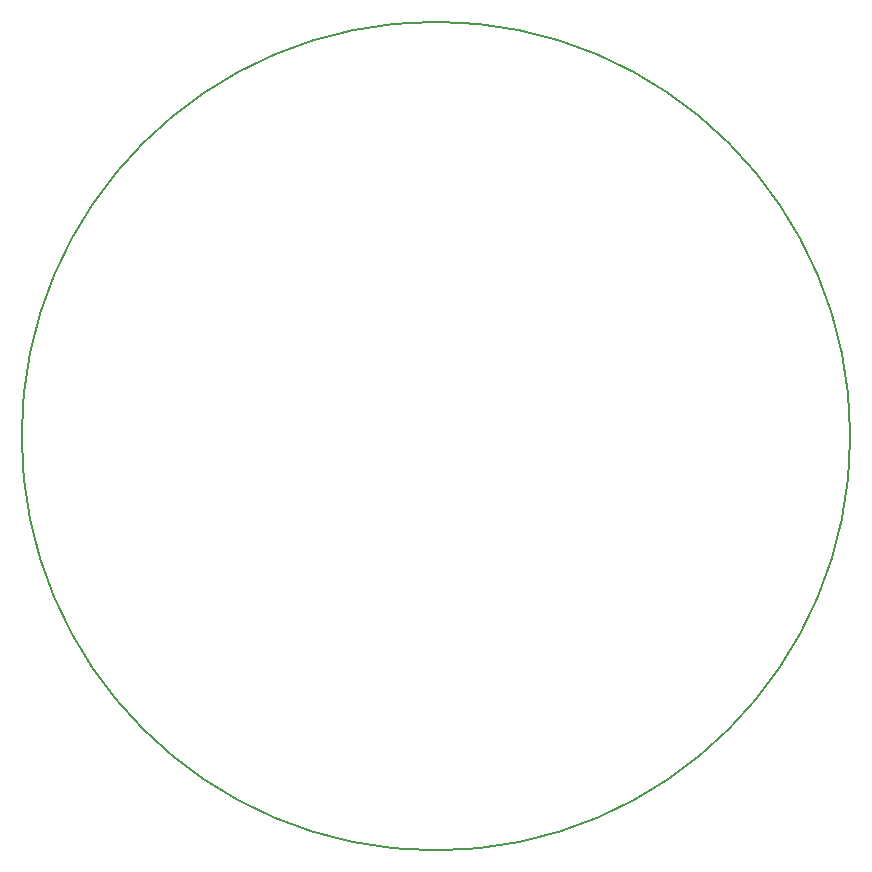
<source format=gbr>
G04 #@! TF.GenerationSoftware,KiCad,Pcbnew,(5.1.6)-1*
G04 #@! TF.CreationDate,2020-07-29T11:18:25+02:00*
G04 #@! TF.ProjectId,loftrelayRound,6c6f6674-7265-46c6-9179-526f756e642e,rev?*
G04 #@! TF.SameCoordinates,Original*
G04 #@! TF.FileFunction,Profile,NP*
%FSLAX46Y46*%
G04 Gerber Fmt 4.6, Leading zero omitted, Abs format (unit mm)*
G04 Created by KiCad (PCBNEW (5.1.6)-1) date 2020-07-29 11:18:25*
%MOMM*%
%LPD*%
G01*
G04 APERTURE LIST*
G04 #@! TA.AperFunction,Profile*
%ADD10C,0.150000*%
G04 #@! TD*
G04 APERTURE END LIST*
D10*
X183919000Y-117856000D02*
G75*
G03*
X183919000Y-117856000I-35075000J0D01*
G01*
M02*

</source>
